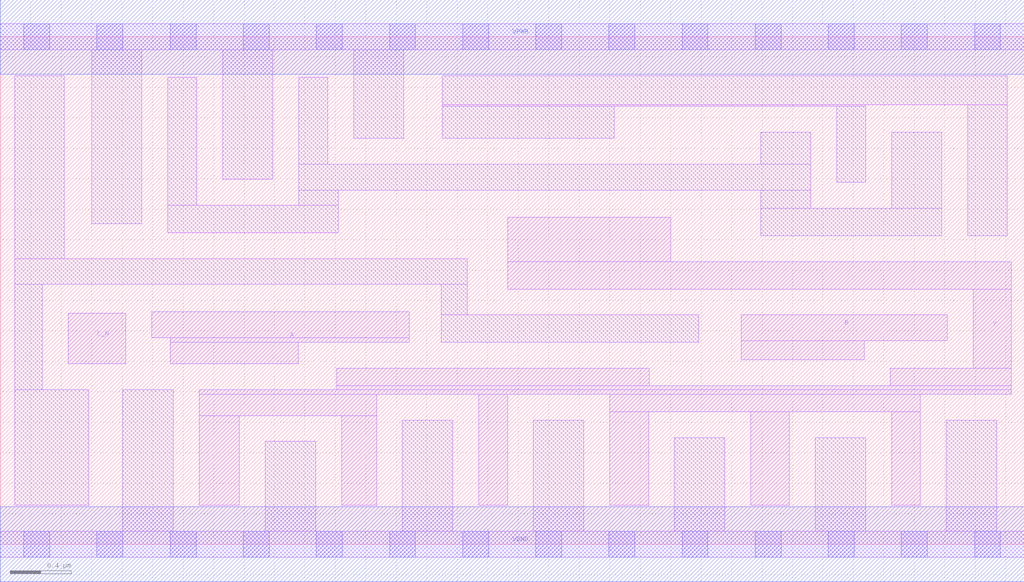
<source format=lef>
# Copyright 2020 The SkyWater PDK Authors
#
# Licensed under the Apache License, Version 2.0 (the "License");
# you may not use this file except in compliance with the License.
# You may obtain a copy of the License at
#
#     https://www.apache.org/licenses/LICENSE-2.0
#
# Unless required by applicable law or agreed to in writing, software
# distributed under the License is distributed on an "AS IS" BASIS,
# WITHOUT WARRANTIES OR CONDITIONS OF ANY KIND, either express or implied.
# See the License for the specific language governing permissions and
# limitations under the License.
#
# SPDX-License-Identifier: Apache-2.0

VERSION 5.7 ;
  NAMESCASESENSITIVE ON ;
  NOWIREEXTENSIONATPIN ON ;
  DIVIDERCHAR "/" ;
  BUSBITCHARS "[]" ;
UNITS
  DATABASE MICRONS 200 ;
END UNITS
MACRO sky130_fd_sc_lp__nor3b_4
  CLASS CORE ;
  SOURCE USER ;
  FOREIGN sky130_fd_sc_lp__nor3b_4 ;
  ORIGIN  0.000000  0.000000 ;
  SIZE  6.720000 BY  3.330000 ;
  SYMMETRY X Y R90 ;
  SITE unit ;
  PIN A
    ANTENNAGATEAREA  1.260000 ;
    DIRECTION INPUT ;
    USE SIGNAL ;
    PORT
      LAYER li1 ;
        RECT 0.995000 1.355000 2.685000 1.525000 ;
        RECT 1.115000 1.185000 1.955000 1.325000 ;
        RECT 1.115000 1.325000 2.685000 1.355000 ;
    END
  END A
  PIN B
    ANTENNAGATEAREA  1.260000 ;
    DIRECTION INPUT ;
    USE SIGNAL ;
    PORT
      LAYER li1 ;
        RECT 4.865000 1.210000 5.670000 1.335000 ;
        RECT 4.865000 1.335000 6.215000 1.505000 ;
    END
  END B
  PIN C_N
    ANTENNAGATEAREA  0.315000 ;
    DIRECTION INPUT ;
    USE SIGNAL ;
    PORT
      LAYER li1 ;
        RECT 0.445000 1.185000 0.825000 1.515000 ;
    END
  END C_N
  PIN Y
    ANTENNADIFFAREA  2.116800 ;
    DIRECTION OUTPUT ;
    USE SIGNAL ;
    PORT
      LAYER li1 ;
        RECT 1.305000 0.255000 1.570000 0.845000 ;
        RECT 1.305000 0.845000 2.470000 0.985000 ;
        RECT 1.305000 0.985000 6.635000 1.015000 ;
        RECT 2.210000 1.015000 6.635000 1.040000 ;
        RECT 2.210000 1.040000 4.260000 1.155000 ;
        RECT 2.240000 0.255000 2.470000 0.845000 ;
        RECT 3.140000 0.255000 3.330000 0.985000 ;
        RECT 3.330000 1.675000 6.635000 1.855000 ;
        RECT 3.330000 1.855000 4.400000 2.145000 ;
        RECT 4.000000 0.255000 4.255000 0.870000 ;
        RECT 4.000000 0.870000 6.040000 0.985000 ;
        RECT 4.925000 0.255000 5.180000 0.870000 ;
        RECT 5.840000 1.040000 6.635000 1.155000 ;
        RECT 5.850000 0.255000 6.040000 0.870000 ;
        RECT 6.385000 1.155000 6.635000 1.675000 ;
    END
  END Y
  PIN VGND
    DIRECTION INOUT ;
    USE GROUND ;
    PORT
      LAYER met1 ;
        RECT 0.000000 -0.245000 6.720000 0.245000 ;
    END
  END VGND
  PIN VPWR
    DIRECTION INOUT ;
    USE POWER ;
    PORT
      LAYER met1 ;
        RECT 0.000000 3.085000 6.720000 3.575000 ;
    END
  END VPWR
  OBS
    LAYER li1 ;
      RECT 0.000000 -0.085000 6.720000 0.085000 ;
      RECT 0.000000  3.245000 6.720000 3.415000 ;
      RECT 0.095000  0.255000 0.580000 1.015000 ;
      RECT 0.095000  1.015000 0.275000 1.705000 ;
      RECT 0.095000  1.705000 3.065000 1.875000 ;
      RECT 0.095000  1.875000 0.420000 3.075000 ;
      RECT 0.600000  2.105000 0.930000 3.245000 ;
      RECT 0.805000  0.085000 1.135000 1.015000 ;
      RECT 1.100000  2.045000 2.220000 2.225000 ;
      RECT 1.100000  2.225000 1.290000 3.065000 ;
      RECT 1.460000  2.395000 1.790000 3.245000 ;
      RECT 1.740000  0.085000 2.070000 0.675000 ;
      RECT 1.960000  2.225000 2.220000 2.325000 ;
      RECT 1.960000  2.325000 5.320000 2.495000 ;
      RECT 1.960000  2.495000 2.150000 3.065000 ;
      RECT 2.320000  2.665000 2.650000 3.245000 ;
      RECT 2.640000  0.085000 2.970000 0.815000 ;
      RECT 2.895000  1.325000 4.585000 1.505000 ;
      RECT 2.895000  1.505000 3.065000 1.705000 ;
      RECT 2.900000  2.665000 4.030000 2.875000 ;
      RECT 2.900000  2.875000 5.680000 2.885000 ;
      RECT 2.900000  2.885000 6.610000 3.075000 ;
      RECT 3.500000  0.085000 3.830000 0.815000 ;
      RECT 4.425000  0.085000 4.755000 0.700000 ;
      RECT 4.990000  2.025000 6.180000 2.205000 ;
      RECT 4.990000  2.205000 5.320000 2.325000 ;
      RECT 4.990000  2.495000 5.320000 2.705000 ;
      RECT 5.350000  0.085000 5.680000 0.700000 ;
      RECT 5.490000  2.375000 5.680000 2.875000 ;
      RECT 5.850000  2.205000 6.180000 2.705000 ;
      RECT 6.210000  0.085000 6.540000 0.815000 ;
      RECT 6.350000  2.025000 6.610000 2.885000 ;
    LAYER mcon ;
      RECT 0.155000 -0.085000 0.325000 0.085000 ;
      RECT 0.155000  3.245000 0.325000 3.415000 ;
      RECT 0.635000 -0.085000 0.805000 0.085000 ;
      RECT 0.635000  3.245000 0.805000 3.415000 ;
      RECT 1.115000 -0.085000 1.285000 0.085000 ;
      RECT 1.115000  3.245000 1.285000 3.415000 ;
      RECT 1.595000 -0.085000 1.765000 0.085000 ;
      RECT 1.595000  3.245000 1.765000 3.415000 ;
      RECT 2.075000 -0.085000 2.245000 0.085000 ;
      RECT 2.075000  3.245000 2.245000 3.415000 ;
      RECT 2.555000 -0.085000 2.725000 0.085000 ;
      RECT 2.555000  3.245000 2.725000 3.415000 ;
      RECT 3.035000 -0.085000 3.205000 0.085000 ;
      RECT 3.035000  3.245000 3.205000 3.415000 ;
      RECT 3.515000 -0.085000 3.685000 0.085000 ;
      RECT 3.515000  3.245000 3.685000 3.415000 ;
      RECT 3.995000 -0.085000 4.165000 0.085000 ;
      RECT 3.995000  3.245000 4.165000 3.415000 ;
      RECT 4.475000 -0.085000 4.645000 0.085000 ;
      RECT 4.475000  3.245000 4.645000 3.415000 ;
      RECT 4.955000 -0.085000 5.125000 0.085000 ;
      RECT 4.955000  3.245000 5.125000 3.415000 ;
      RECT 5.435000 -0.085000 5.605000 0.085000 ;
      RECT 5.435000  3.245000 5.605000 3.415000 ;
      RECT 5.915000 -0.085000 6.085000 0.085000 ;
      RECT 5.915000  3.245000 6.085000 3.415000 ;
      RECT 6.395000 -0.085000 6.565000 0.085000 ;
      RECT 6.395000  3.245000 6.565000 3.415000 ;
  END
END sky130_fd_sc_lp__nor3b_4

</source>
